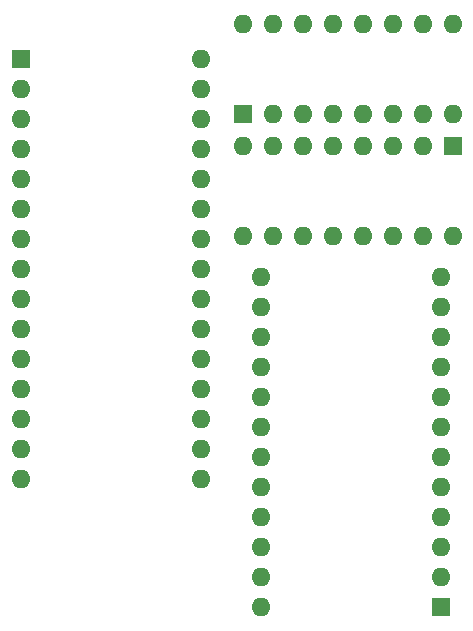
<source format=gbr>
%TF.GenerationSoftware,KiCad,Pcbnew,6.0.4+dfsg-1~bpo11+1*%
%TF.CreationDate,2022-04-07T01:30:12+04:30*%
%TF.ProjectId,EEPROM_Arduino_Programmer,45455052-4f4d-45f4-9172-6475696e6f5f,rev?*%
%TF.SameCoordinates,Original*%
%TF.FileFunction,Soldermask,Bot*%
%TF.FilePolarity,Negative*%
%FSLAX46Y46*%
G04 Gerber Fmt 4.6, Leading zero omitted, Abs format (unit mm)*
G04 Created by KiCad (PCBNEW 6.0.4+dfsg-1~bpo11+1) date 2022-04-07 01:30:12*
%MOMM*%
%LPD*%
G01*
G04 APERTURE LIST*
%ADD10R,1.600000X1.600000*%
%ADD11O,1.600000X1.600000*%
G04 APERTURE END LIST*
D10*
%TO.C,Arduino Nano*%
X148717000Y-63246000D03*
D11*
X148717000Y-65786000D03*
X148717000Y-68326000D03*
X148717000Y-70866000D03*
X148717000Y-73406000D03*
X148717000Y-75946000D03*
X148717000Y-78486000D03*
X148717000Y-81026000D03*
X148717000Y-83566000D03*
X148717000Y-86106000D03*
X148717000Y-88646000D03*
X148717000Y-91186000D03*
X148717000Y-93726000D03*
X148717000Y-96266000D03*
X148717000Y-98806000D03*
X163957000Y-98806000D03*
X163957000Y-96266000D03*
X163957000Y-93726000D03*
X163957000Y-91186000D03*
X163957000Y-88646000D03*
X163957000Y-86106000D03*
X163957000Y-83566000D03*
X163957000Y-81026000D03*
X163957000Y-78486000D03*
X163957000Y-75946000D03*
X163957000Y-73406000D03*
X163957000Y-70866000D03*
X163957000Y-68326000D03*
X163957000Y-65786000D03*
X163957000Y-63246000D03*
%TD*%
D10*
%TO.C,U3*%
X184282000Y-109606000D03*
D11*
X184282000Y-107066000D03*
X184282000Y-104526000D03*
X184282000Y-101986000D03*
X184282000Y-99446000D03*
X184282000Y-96906000D03*
X184282000Y-94366000D03*
X184282000Y-91826000D03*
X184282000Y-89286000D03*
X184282000Y-86746000D03*
X184282000Y-84206000D03*
X184282000Y-81666000D03*
X169042000Y-81666000D03*
X169042000Y-84206000D03*
X169042000Y-86746000D03*
X169042000Y-89286000D03*
X169042000Y-91826000D03*
X169042000Y-94366000D03*
X169042000Y-96906000D03*
X169042000Y-99446000D03*
X169042000Y-101986000D03*
X169042000Y-104526000D03*
X169042000Y-107066000D03*
X169042000Y-109606000D03*
%TD*%
D10*
%TO.C,U2*%
X167528000Y-67935000D03*
D11*
X170068000Y-67935000D03*
X172608000Y-67935000D03*
X175148000Y-67935000D03*
X177688000Y-67935000D03*
X180228000Y-67935000D03*
X182768000Y-67935000D03*
X185308000Y-67935000D03*
X185308000Y-60315000D03*
X182768000Y-60315000D03*
X180228000Y-60315000D03*
X177688000Y-60315000D03*
X175148000Y-60315000D03*
X172608000Y-60315000D03*
X170068000Y-60315000D03*
X167528000Y-60315000D03*
%TD*%
D10*
%TO.C,U1*%
X185293000Y-70612000D03*
D11*
X182753000Y-70612000D03*
X180213000Y-70612000D03*
X177673000Y-70612000D03*
X175133000Y-70612000D03*
X172593000Y-70612000D03*
X170053000Y-70612000D03*
X167513000Y-70612000D03*
X167513000Y-78232000D03*
X170053000Y-78232000D03*
X172593000Y-78232000D03*
X175133000Y-78232000D03*
X177673000Y-78232000D03*
X180213000Y-78232000D03*
X182753000Y-78232000D03*
X185293000Y-78232000D03*
%TD*%
M02*

</source>
